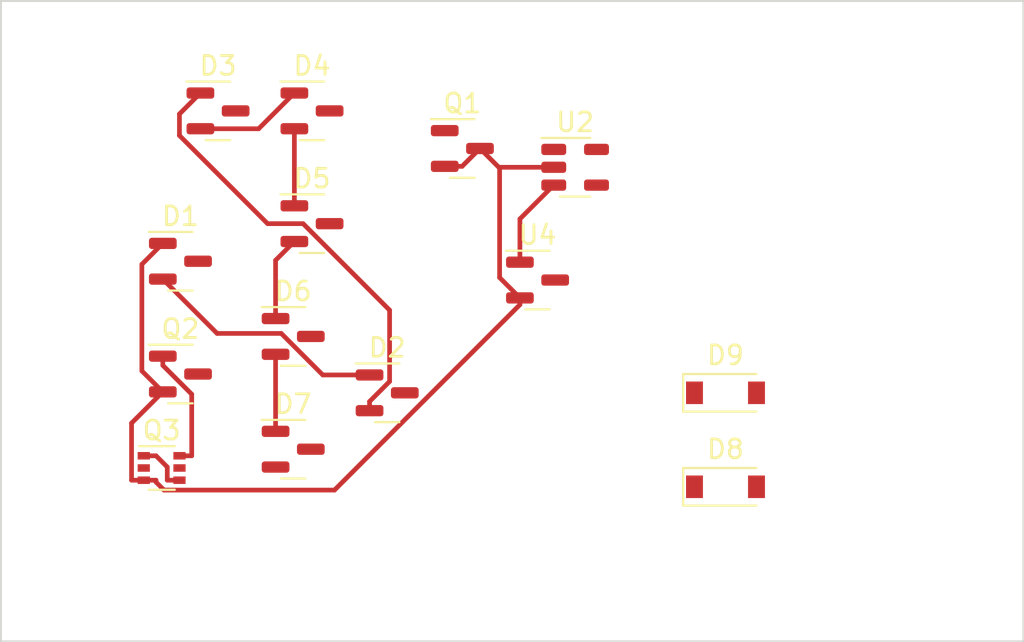
<source format=kicad_pcb>
(kicad_pcb (version 20201220) (generator pcbnew)
  (layers (0 "F.Cu" signal) (31 "B.Cu" signal) (34 "B.Paste" user) (35 "F.Paste" user) (36 "B.SilkS" user "B.Silkscreen") (37 "F.SilkS" user "F.Silkscreen") (38 "B.Mask" user) (39 "F.Mask" user) (44 "Edge.Cuts" user))
  (net 0 "")
  (net 1 "Net-(C1-Pad2)")
  (net 2 "Net-(C2-Pad2)")
  (net 3 "GND")
  (net 4 "Net-(C3-Pad2)")
  (net 5 "Net-(C4-Pad2)")
  (net 6 "Net-(C5-Pad2)")
  (net 7 "Net-(C6-Pad2)")
  (net 8 "Net-(C7-Pad2)")
  (net 9 "Net-(C10-Pad1)")
  (net 10 "Net-(C11-Pad1)")
  (net 11 "Net-(C10-Pad2)")
  (net 12 "Net-(C11-Pad2)")
  (net 13 "Net-(C12-Pad2)")
  (net 14 "Net-(C13-Pad2)")
  (net 15 "Net-(D7-Pad2)")
  (net 16 "Net-(D8-Pad2)")
  (net 17 "Net-(U1-Pad11)")
  (net 18 "Net-(U3-Pad6)")
  (net 19 "Net-(U3-Pad5)")
  (net 20 "Net-(Q1-Pad1)")
  (net 21 "Net-(Q2-Pad3)")
  (net 22 "Net-(Q2-Pad1)")
  (net 23 "Net-(Q3-Pad1)")
  (net 24 "Net-(Q3-Pad2)")
  (net 25 "Net-(Q3-Pad5)")
  (net 26 "Net-(U2-Pad5)")
  (net 27 "Net-(R4-Pad1)")
  (net 28 "Net-(R6-Pad2)")
  (net 29 "Net-(U2-Pad1)")
  (net 30 "Net-(U4-Pad3)")
  (footprint "Diode_SMD:D_SOD-123" (layer "F.Cu") (at 157 76)
    (fp_text reference "D8" (at 0 -2) (layer "F.SilkS"))
    (fp_text value "1N4148W")
    (fp_line (start -2.25 -1) (end 1.65 -1) (layer "F.SilkS") (width 0.12))
    (fp_line (start -2.25 1) (end 1.65 1) (layer "F.SilkS") (width 0.12))
    (fp_line (start -2.25 -1) (end -2.25 1) (layer "F.SilkS") (width 0.12))
    (pad "1" smd rect (at -1.65 0) (size 0.9 1.2) (layers "F.Cu" "F.Paste" "F.Mask") (net 17 "Net-(U1-Pad11)"))
    (pad "2" smd rect (at 1.65 0) (size 0.9 1.2) (layers "F.Cu" "F.Paste" "F.Mask") (net 16 "Net-(D8-Pad2)"))
  )
  (footprint "Package_TO_SOT_SMD:SOT-23" (layer "F.Cu") (at 135 56)
    (fp_text reference "D4" (at 0 -2.4) (layer "F.SilkS"))
    (fp_text value "BAV23")
    (fp_line (start 0 1.56) (end 0.65 1.56) (layer "F.SilkS") (width 0.12))
    (fp_line (start 0 -1.56) (end -1.675 -1.56) (layer "F.SilkS") (width 0.12))
    (fp_line (start 0 1.56) (end -0.65 1.56) (layer "F.SilkS") (width 0.12))
    (fp_line (start 0 -1.56) (end 0.65 -1.56) (layer "F.SilkS") (width 0.12))
    (pad "1" smd roundrect (at -0.9375 -0.95) (size 1.475 0.6) (layers "F.Cu" "F.Paste" "F.Mask") (net 7 "Net-(C6-Pad2)"))
    (pad "2" smd roundrect (at -0.9375 0.95) (size 1.475 0.6) (layers "F.Cu" "F.Paste" "F.Mask") (net 9 "Net-(C10-Pad1)"))
    (pad "3" smd roundrect (at 0.9375 0) (size 1.475 0.6) (layers "F.Cu" "F.Paste" "F.Mask") (net 8 "Net-(C7-Pad2)"))
  )
  (footprint "Package_TO_SOT_SMD:SOT-23" (layer "F.Cu") (at 130 56)
    (fp_text reference "D3" (at 0 -2.4) (layer "F.SilkS"))
    (fp_text value "BAV23")
    (fp_line (start 0 1.56) (end -0.65 1.56) (layer "F.SilkS") (width 0.12))
    (fp_line (start 0 1.56) (end 0.65 1.56) (layer "F.SilkS") (width 0.12))
    (fp_line (start 0 -1.56) (end -1.675 -1.56) (layer "F.SilkS") (width 0.12))
    (fp_line (start 0 -1.56) (end 0.65 -1.56) (layer "F.SilkS") (width 0.12))
    (pad "1" smd roundrect (at -0.9375 -0.95) (size 1.475 0.6) (layers "F.Cu" "F.Paste" "F.Mask") (net 5 "Net-(C4-Pad2)"))
    (pad "2" smd roundrect (at -0.9375 0.95) (size 1.475 0.6) (layers "F.Cu" "F.Paste" "F.Mask") (net 7 "Net-(C6-Pad2)"))
    (pad "3" smd roundrect (at 0.9375 0) (size 1.475 0.6) (layers "F.Cu" "F.Paste" "F.Mask") (net 6 "Net-(C5-Pad2)"))
  )
  (footprint "Package_TO_SOT_SMD:SOT-23" (layer "F.Cu") (at 135 62)
    (fp_text reference "D5" (at 0 -2.4) (layer "F.SilkS"))
    (fp_text value "BAV23")
    (fp_line (start 0 1.56) (end 0.65 1.56) (layer "F.SilkS") (width 0.12))
    (fp_line (start 0 -1.56) (end 0.65 -1.56) (layer "F.SilkS") (width 0.12))
    (fp_line (start 0 -1.56) (end -1.675 -1.56) (layer "F.SilkS") (width 0.12))
    (fp_line (start 0 1.56) (end -0.65 1.56) (layer "F.SilkS") (width 0.12))
    (pad "1" smd roundrect (at -0.9375 -0.95) (size 1.475 0.6) (layers "F.Cu" "F.Paste" "F.Mask") (net 9 "Net-(C10-Pad1)"))
    (pad "2" smd roundrect (at -0.9375 0.95) (size 1.475 0.6) (layers "F.Cu" "F.Paste" "F.Mask") (net 11 "Net-(C10-Pad2)"))
    (pad "3" smd roundrect (at 0.9375 0) (size 1.475 0.6) (layers "F.Cu" "F.Paste" "F.Mask") (net 10 "Net-(C11-Pad1)"))
  )
  (footprint "Package_TO_SOT_SMD:SOT-23" (layer "F.Cu") (at 134 74)
    (fp_text reference "D7" (at 0 -2.4) (layer "F.SilkS"))
    (fp_text value "BAV23")
    (fp_line (start 0 -1.56) (end 0.65 -1.56) (layer "F.SilkS") (width 0.12))
    (fp_line (start 0 -1.56) (end -1.675 -1.56) (layer "F.SilkS") (width 0.12))
    (fp_line (start 0 1.56) (end -0.65 1.56) (layer "F.SilkS") (width 0.12))
    (fp_line (start 0 1.56) (end 0.65 1.56) (layer "F.SilkS") (width 0.12))
    (pad "1" smd roundrect (at -0.9375 -0.95) (size 1.475 0.6) (layers "F.Cu" "F.Paste" "F.Mask") (net 13 "Net-(C12-Pad2)"))
    (pad "2" smd roundrect (at -0.9375 0.95) (size 1.475 0.6) (layers "F.Cu" "F.Paste" "F.Mask") (net 15 "Net-(D7-Pad2)"))
    (pad "3" smd roundrect (at 0.9375 0) (size 1.475 0.6) (layers "F.Cu" "F.Paste" "F.Mask") (net 14 "Net-(C13-Pad2)"))
  )
  (footprint "Package_TO_SOT_SMD:SOT-23" (layer "F.Cu") (at 139 71)
    (fp_text reference "D2" (at 0 -2.4) (layer "F.SilkS"))
    (fp_text value "BAV23")
    (fp_line (start 0 1.56) (end 0.65 1.56) (layer "F.SilkS") (width 0.12))
    (fp_line (start 0 -1.56) (end 0.65 -1.56) (layer "F.SilkS") (width 0.12))
    (fp_line (start 0 1.56) (end -0.65 1.56) (layer "F.SilkS") (width 0.12))
    (fp_line (start 0 -1.56) (end -1.675 -1.56) (layer "F.SilkS") (width 0.12))
    (pad "1" smd roundrect (at -0.9375 -0.95) (size 1.475 0.6) (layers "F.Cu" "F.Paste" "F.Mask") (net 2 "Net-(C2-Pad2)"))
    (pad "2" smd roundrect (at -0.9375 0.95) (size 1.475 0.6) (layers "F.Cu" "F.Paste" "F.Mask") (net 5 "Net-(C4-Pad2)"))
    (pad "3" smd roundrect (at 0.9375 0) (size 1.475 0.6) (layers "F.Cu" "F.Paste" "F.Mask") (net 4 "Net-(C3-Pad2)"))
  )
  (footprint "Package_TO_SOT_SMD:SOT-23" (layer "F.Cu") (at 128 64)
    (fp_text reference "D1" (at 0 -2.4) (layer "F.SilkS"))
    (fp_text value "BAV23")
    (fp_line (start 0 1.56) (end 0.65 1.56) (layer "F.SilkS") (width 0.12))
    (fp_line (start 0 1.56) (end -0.65 1.56) (layer "F.SilkS") (width 0.12))
    (fp_line (start 0 -1.56) (end 0.65 -1.56) (layer "F.SilkS") (width 0.12))
    (fp_line (start 0 -1.56) (end -1.675 -1.56) (layer "F.SilkS") (width 0.12))
    (pad "1" smd roundrect (at -0.9375 -0.95) (size 1.475 0.6) (layers "F.Cu" "F.Paste" "F.Mask") (net 3 "GND"))
    (pad "2" smd roundrect (at -0.9375 0.95) (size 1.475 0.6) (layers "F.Cu" "F.Paste" "F.Mask") (net 2 "Net-(C2-Pad2)"))
    (pad "3" smd roundrect (at 0.9375 0) (size 1.475 0.6) (layers "F.Cu" "F.Paste" "F.Mask") (net 1 "Net-(C1-Pad2)"))
  )
  (footprint "Package_TO_SOT_SMD:SOT-23" (layer "F.Cu") (at 128 70)
    (fp_text reference "Q2" (at 0 -2.4) (layer "F.SilkS"))
    (fp_text value "BC846")
    (fp_line (start 0 -1.56) (end -1.675 -1.56) (layer "F.SilkS") (width 0.12))
    (fp_line (start 0 1.56) (end -0.65 1.56) (layer "F.SilkS") (width 0.12))
    (fp_line (start 0 -1.56) (end 0.65 -1.56) (layer "F.SilkS") (width 0.12))
    (fp_line (start 0 1.56) (end 0.65 1.56) (layer "F.SilkS") (width 0.12))
    (pad "1" smd roundrect (at -0.9375 -0.95) (size 1.475 0.6) (layers "F.Cu" "F.Paste" "F.Mask") (net 22 "Net-(Q2-Pad1)"))
    (pad "2" smd roundrect (at -0.9375 0.95) (size 1.475 0.6) (layers "F.Cu" "F.Paste" "F.Mask") (net 3 "GND"))
    (pad "3" smd roundrect (at 0.9375 0) (size 1.475 0.6) (layers "F.Cu" "F.Paste" "F.Mask") (net 21 "Net-(Q2-Pad3)"))
  )
  (footprint "Package_TO_SOT_SMD:SOT-363_SC-70-6" (layer "F.Cu") (at 127 75)
    (fp_text reference "Q3" (at 0 -2) (layer "F.SilkS"))
    (fp_text value "MMDT3906")
    (fp_line (start -0.7 1.16) (end 0.7 1.16) (layer "F.SilkS") (width 0.12))
    (fp_line (start 0.7 -1.16) (end -1.2 -1.16) (layer "F.SilkS") (width 0.12))
    (pad "1" smd rect (at -0.95 -0.65) (size 0.65 0.4) (layers "F.Cu" "F.Paste" "F.Mask") (net 23 "Net-(Q3-Pad1)"))
    (pad "2" smd rect (at -0.95 0) (size 0.65 0.4) (layers "F.Cu" "F.Paste" "F.Mask") (net 24 "Net-(Q3-Pad2)"))
    (pad "3" smd rect (at -0.95 0.65) (size 0.65 0.4) (layers "F.Cu" "F.Paste" "F.Mask") (net 3 "GND"))
    (pad "4" smd rect (at 0.95 0.65) (size 0.65 0.4) (layers "F.Cu" "F.Paste" "F.Mask") (net 23 "Net-(Q3-Pad1)"))
    (pad "5" smd rect (at 0.95 0) (size 0.65 0.4) (layers "F.Cu" "F.Paste" "F.Mask") (net 25 "Net-(Q3-Pad5)"))
    (pad "6" smd rect (at 0.95 -0.65) (size 0.65 0.4) (layers "F.Cu" "F.Paste" "F.Mask") (net 22 "Net-(Q2-Pad1)"))
  )
  (footprint "Package_TO_SOT_SMD:SOT-23" (layer "F.Cu") (at 134 68)
    (fp_text reference "D6" (at 0 -2.4) (layer "F.SilkS"))
    (fp_text value "BAV23")
    (fp_line (start 0 1.56) (end -0.65 1.56) (layer "F.SilkS") (width 0.12))
    (fp_line (start 0 1.56) (end 0.65 1.56) (layer "F.SilkS") (width 0.12))
    (fp_line (start 0 -1.56) (end -1.675 -1.56) (layer "F.SilkS") (width 0.12))
    (fp_line (start 0 -1.56) (end 0.65 -1.56) (layer "F.SilkS") (width 0.12))
    (pad "1" smd roundrect (at -0.9375 -0.95) (size 1.475 0.6) (layers "F.Cu" "F.Paste" "F.Mask") (net 11 "Net-(C10-Pad2)"))
    (pad "2" smd roundrect (at -0.9375 0.95) (size 1.475 0.6) (layers "F.Cu" "F.Paste" "F.Mask") (net 13 "Net-(C12-Pad2)"))
    (pad "3" smd roundrect (at 0.9375 0) (size 1.475 0.6) (layers "F.Cu" "F.Paste" "F.Mask") (net 12 "Net-(C11-Pad2)"))
  )
  (footprint "Package_TO_SOT_SMD:SOT-23" (layer "F.Cu") (at 147 65)
    (fp_text reference "U4" (at 0 -2.4) (layer "F.SilkS"))
    (fp_text value "MAX6008AEUR+T")
    (fp_line (start 0 -1.56) (end -1.675 -1.56) (layer "F.SilkS") (width 0.12))
    (fp_line (start 0 -1.56) (end 0.65 -1.56) (layer "F.SilkS") (width 0.12))
    (fp_line (start 0 1.56) (end 0.65 1.56) (layer "F.SilkS") (width 0.12))
    (fp_line (start 0 1.56) (end -0.65 1.56) (layer "F.SilkS") (width 0.12))
    (pad "1" smd roundrect (at -0.9375 -0.95) (size 1.475 0.6) (layers "F.Cu" "F.Paste" "F.Mask") (net 28 "Net-(R6-Pad2)"))
    (pad "2" smd roundrect (at -0.9375 0.95) (size 1.475 0.6) (layers "F.Cu" "F.Paste" "F.Mask") (net 3 "GND"))
    (pad "3" smd roundrect (at 0.9375 0) (size 1.475 0.6) (layers "F.Cu" "F.Paste" "F.Mask") (net 30 "Net-(U4-Pad3)"))
  )
  (footprint "Package_TO_SOT_SMD:SOT-23-5" (layer "F.Cu") (at 149 59)
    (fp_text reference "U2" (at 0 -2.4) (layer "F.SilkS"))
    (fp_text value "MAX4162")
    (fp_line (start 0 1.56) (end 0.8 1.56) (layer "F.SilkS") (width 0.12))
    (fp_line (start 0 1.56) (end -0.8 1.56) (layer "F.SilkS") (width 0.12))
    (fp_line (start 0 -1.56) (end 0.8 -1.56) (layer "F.SilkS") (width 0.12))
    (fp_line (start 0 -1.56) (end -1.8 -1.56) (layer "F.SilkS") (width 0.12))
    (pad "1" smd roundrect (at -1.1375 -0.95) (size 1.325 0.6) (layers "F.Cu" "F.Paste" "F.Mask") (net 29 "Net-(U2-Pad1)"))
    (pad "2" smd roundrect (at -1.1375 0) (size 1.325 0.6) (layers "F.Cu" "F.Paste" "F.Mask") (net 3 "GND"))
    (pad "3" smd roundrect (at -1.1375 0.95) (size 1.325 0.6) (layers "F.Cu" "F.Paste" "F.Mask") (net 28 "Net-(R6-Pad2)"))
    (pad "4" smd roundrect (at 1.1375 0.95) (size 1.325 0.6) (layers "F.Cu" "F.Paste" "F.Mask") (net 27 "Net-(R4-Pad1)"))
    (pad "5" smd roundrect (at 1.1375 -0.95) (size 1.325 0.6) (layers "F.Cu" "F.Paste" "F.Mask") (net 26 "Net-(U2-Pad5)"))
  )
  (footprint "Diode_SMD:D_SOD-123" (layer "F.Cu") (at 157 71)
    (fp_text reference "D9" (at 0 -2) (layer "F.SilkS"))
    (fp_text value "1N4148W")
    (fp_line (start -2.25 -1) (end -2.25 1) (layer "F.SilkS") (width 0.12))
    (fp_line (start -2.25 -1) (end 1.65 -1) (layer "F.SilkS") (width 0.12))
    (fp_line (start -2.25 1) (end 1.65 1) (layer "F.SilkS") (width 0.12))
    (pad "1" smd rect (at -1.65 0) (size 0.9 1.2) (layers "F.Cu" "F.Paste" "F.Mask") (net 19 "Net-(U3-Pad5)"))
    (pad "2" smd rect (at 1.65 0) (size 0.9 1.2) (layers "F.Cu" "F.Paste" "F.Mask") (net 18 "Net-(U3-Pad6)"))
  )
  (footprint "Package_TO_SOT_SMD:SOT-23" (layer "F.Cu") (at 143 58)
    (fp_text reference "Q1" (at 0 -2.4) (layer "F.SilkS"))
    (fp_text value "FQT7N10L")
    (fp_line (start 0 1.56) (end 0.65 1.56) (layer "F.SilkS") (width 0.12))
    (fp_line (start 0 -1.56) (end 0.65 -1.56) (layer "F.SilkS") (width 0.12))
    (fp_line (start 0 -1.56) (end -1.675 -1.56) (layer "F.SilkS") (width 0.12))
    (fp_line (start 0 1.56) (end -0.65 1.56) (layer "F.SilkS") (width 0.12))
    (pad "1" smd roundrect (at -0.9375 -0.95) (size 1.475 0.6) (layers "F.Cu" "F.Paste" "F.Mask") (net 20 "Net-(Q1-Pad1)"))
    (pad "2" smd roundrect (at -0.9375 0.95) (size 1.475 0.6) (layers "F.Cu" "F.Paste" "F.Mask") (net 3 "GND"))
    (pad "3" smd roundrect (at 0.9375 0) (size 1.475 0.6) (layers "F.Cu" "F.Paste" "F.Mask") (net 3 "GND"))
  )
  (gr_rect (start 118.45 50.15) (end 172.85 84.225) (layer "Edge.Cuts") (width 0.1) (fill none))
  (segment (start 133.3656 67.8407) (end 135.5749 70.05) (width 0.25) (layer "F.Cu") (net 2))
  (segment (start 127.0625 64.95) (end 129.9532 67.8407) (width 0.25) (layer "F.Cu") (net 2))
  (segment (start 135.5749 70.05) (end 138.0625 70.05) (width 0.25) (layer "F.Cu") (net 2))
  (segment (start 129.9532 67.8407) (end 133.3656 67.8407) (width 0.25) (layer "F.Cu") (net 2))
  (segment (start 125.3997 75.65) (end 125.3997 72.6128) (width 0.25) (layer "F.Cu") (net 3))
  (segment (start 146.0625 65.95) (end 144.9815 64.869) (width 0.25) (layer "F.Cu") (net 3))
  (segment (start 146.0625 66.3085) (end 136.1957 76.1753) (width 0.25) (layer "F.Cu") (net 3))
  (segment (start 126.3752 75.65) (end 126.05 75.65) (width 0.25) (layer "F.Cu") (net 3))
  (segment (start 127.0625 63.05) (end 125.9477 64.1648) (width 0.25) (layer "F.Cu") (net 3))
  (segment (start 125.9477 64.1648) (end 125.9477 69.8352) (width 0.25) (layer "F.Cu") (net 3))
  (segment (start 147.8625 59) (end 144.9815 59) (width 0.25) (layer "F.Cu") (net 3))
  (segment (start 144.9815 64.869) (end 144.9815 59) (width 0.25) (layer "F.Cu") (net 3))
  (segment (start 126.05 75.65) (end 125.3997 75.65) (width 0.25) (layer "F.Cu") (net 3))
  (segment (start 126.7003 75.7492) (end 126.7003 75.65) (width 0.25) (layer "F.Cu") (net 3))
  (segment (start 125.9477 69.8352) (end 127.0625 70.95) (width 0.25) (layer "F.Cu") (net 3))
  (segment (start 144.9375 59) (end 143.9375 58) (width 0.25) (layer "F.Cu") (net 3))
  (segment (start 127.1264 76.1753) (end 126.7003 75.7492) (width 0.25) (layer "F.Cu") (net 3))
  (segment (start 146.0625 65.95) (end 146.0625 66.3085) (width 0.25) (layer "F.Cu") (net 3))
  (segment (start 126.3752 75.65) (end 126.7003 75.65) (width 0.25) (layer "F.Cu") (net 3))
  (segment (start 143.9375 58) (end 142.9875 58.95) (width 0.25) (layer "F.Cu") (net 3))
  (segment (start 136.1957 76.1753) (end 127.1264 76.1753) (width 0.25) (layer "F.Cu") (net 3))
  (segment (start 142.9875 58.95) (end 142.0625 58.95) (width 0.25) (layer "F.Cu") (net 3))
  (segment (start 125.3997 72.6128) (end 127.0625 70.95) (width 0.25) (layer "F.Cu") (net 3))
  (segment (start 144.9815 59) (end 144.9375 59) (width 0.25) (layer "F.Cu") (net 3))
  (segment (start 127.9477 56.1648) (end 129.0625 55.05) (width 0.25) (layer "F.Cu") (net 5))
  (segment (start 132.637 62) (end 127.9477 57.3107) (width 0.25) (layer "F.Cu") (net 5))
  (segment (start 127.9477 57.3107) (end 127.9477 56.1648) (width 0.25) (layer "F.Cu") (net 5))
  (segment (start 134.5269 62) (end 132.637 62) (width 0.25) (layer "F.Cu") (net 5))
  (segment (start 139.1287 70.3963) (end 139.1287 66.6018) (width 0.25) (layer "F.Cu") (net 5))
  (segment (start 139.1287 66.6018) (end 134.5269 62) (width 0.25) (layer "F.Cu") (net 5))
  (segment (start 138.0625 71.95) (end 138.0625 71.4625) (width 0.25) (layer "F.Cu") (net 5))
  (segment (start 138.0625 71.4625) (end 139.1287 70.3963) (width 0.25) (layer "F.Cu") (net 5))
  (segment (start 132.1625 56.95) (end 134.0625 55.05) (width 0.25) (layer "F.Cu") (net 7))
  (segment (start 129.0625 56.95) (end 132.1625 56.95) (width 0.25) (layer "F.Cu") (net 7))
  (segment (start 134.0625 56.95) (end 134.0625 61.05) (width 0.25) (layer "F.Cu") (net 9))
  (segment (start 133.0625 63.95) (end 133.0625 67.05) (width 0.25) (layer "F.Cu") (net 11))
  (segment (start 134.0625 62.95) (end 133.0625 63.95) (width 0.25) (layer "F.Cu") (net 11))
  (segment (start 133.0625 68.95) (end 133.0625 73.05) (width 0.25) (layer "F.Cu") (net 13))
  (segment (start 128.6003 74.35) (end 128.6003 71.0753) (width 0.25) (layer "F.Cu") (net 22))
  (segment (start 127.0625 69.5375) (end 127.0625 69.05) (width 0.25) (layer "F.Cu") (net 22))
  (segment (start 128.6003 71.0753) (end 127.0625 69.5375) (width 0.25) (layer "F.Cu") (net 22))
  (segment (start 127.95 74.35) (end 128.6003 74.35) (width 0.25) (layer "F.Cu") (net 22))
  (segment (start 127.2997 74.9494) (end 127.2997 75.65) (width 0.25) (layer "F.Cu") (net 23))
  (segment (start 126.7003 74.35) (end 127.2997 74.9494) (width 0.25) (layer "F.Cu") (net 23))
  (segment (start 127.95 75.65) (end 127.2997 75.65) (width 0.25) (layer "F.Cu") (net 23))
  (segment (start 126.05 74.35) (end 126.7003 74.35) (width 0.25) (layer "F.Cu") (net 23))
  (segment (start 147.8625 59.95) (end 146.0625 61.75) (width 0.25) (layer "F.Cu") (net 28))
  (segment (start 146.0625 61.75) (end 146.0625 64.05) (width 0.25) (layer "F.Cu") (net 28))
)
</source>
